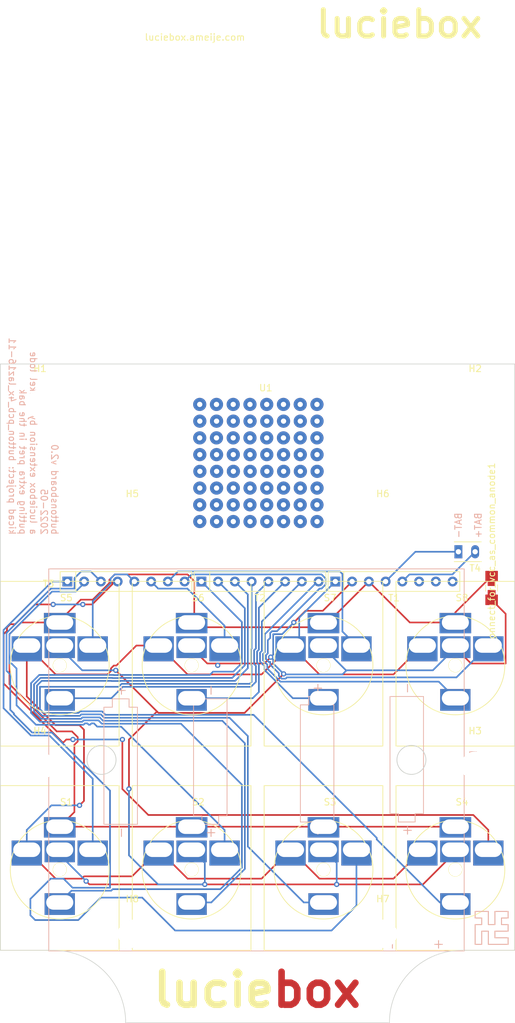
<source format=kicad_pcb>
(kicad_pcb (version 20211014) (generator pcbnew)
  (layers (0 "F.Cu" signal) (31 "B.Cu" signal) (34 "B.Paste" user) (35 "F.Paste" user) (36 "B.SilkS" user "B.Silkscreen") (37 "F.SilkS" user "F.Silkscreen") (38 "B.Mask" user) (39 "F.Mask" user) (44 "Edge.Cuts" user))
  (net 0 "")
  (net 1 "VCC")
  (net 2 "/common Anode")
  (net 3 "Net-(S1-Pad3)")
  (net 4 "Net-(S2-Pad3)")
  (net 5 "Net-(S3-Pad3)")
  (net 6 "Net-(S4-Pad3)")
  (net 7 "Net-(BT1-Pad1)")
  (net 8 "Net-(S5-Pad3)")
  (net 9 "Net-(S5-Pad5)")
  (net 10 "Net-(S6-Pad3)")
  (net 11 "Net-(S1-Pad2)")
  (net 12 "Net-(S7-Pad3)")
  (net 13 "Net-(S4-Pad5)")
  (net 14 "Net-(S8-Pad3)")
  (net 15 "Net-(S8-Pad5)")
  (net 16 "Net-(S6-Pad5)")
  (net 17 "Net-(S7-Pad5)")
  (net 18 "Net-(BT1-Pad2)")
  (net 19 "Net-(S1-Pad5)")
  (net 20 "Net-(S2-Pad5)")
  (net 21 "Net-(S3-Pad5)")
  (net 22 "GND")
  (footprint "Luciebox_components:button_LAZ16-11_big_holes" (layer "F.Cu") (at 69 43.5)
    (fp_text reference "S8")
    (fp_text value "button_laz16-11")
  )
  (footprint "Luciebox_components:MountingHole_4.3mm_M4" (layer "F.Cu") (at 58 25)
    (fp_text reference "H6")
    (fp_text value "MountingHole")
  )
  (footprint "Luciebox_components:button_LAZ16-11_big_holes" (layer "F.Cu") (at 9 74.5)
    (fp_text reference "S1")
    (fp_text value "button_laz16-11")
  )
  (footprint "Luciebox_components:MountingHole_4.3mm_M4" (layer "F.Cu") (at 20 25)
    (fp_text reference "H5")
    (fp_text value "MountingHole")
  )
  (footprint "Luciebox_components:button_LAZ16-11_big_holes" (layer "F.Cu") (at 69 74.5)
    (fp_text reference "S4")
    (fp_text value "button_laz16-11")
  )
  (footprint "Luciebox_components:MountingHole_4.3mm_M4" (layer "F.Cu") (at 20 86.5)
    (fp_text reference "H8")
    (fp_text value "MountingHole")
  )
  (footprint "Luciebox_components:8X8PADS_100mil" (layer "F.Cu") (at 40.25 15)
    (fp_text reference "U1")
    (fp_text value "8X8PADS")
  )
  (footprint "Luciebox_components:1206_0805" (layer "F.Cu") (at 74.5 34 90)
    (fp_text reference "connect_for_vcc_as_common_anode1")
    (fp_text value "R_Small")
  )
  (footprint "Luciebox_components:button_LAZ16-11_big_holes" (layer "F.Cu") (at 49 43.5)
    (fp_text reference "S7")
    (fp_text value "button_laz16-11")
  )
  (footprint "Luciebox_components:Terminal_8x1_100mil" (layer "F.Cu") (at 39.37 33.02)
    (fp_text reference "T2")
    (fp_text value "terminal_8x1")
  )
  (footprint "Luciebox_components:MountingHole_4.3mm_M4" (layer "F.Cu") (at 6 61)
    (fp_text reference "H4")
    (fp_text value "MountingHole")
  )
  (footprint "Luciebox_components:Terminal_8x1_100mil" (layer "F.Cu") (at 59.69 33.02)
    (fp_text reference "T1")
    (fp_text value "terminal_8x1")
  )
  (footprint "Luciebox_components:button_LAZ16-11_big_holes" (layer "F.Cu") (at 9 43.5)
    (fp_text reference "S5")
    (fp_text value "button_laz16-11")
  )
  (footprint "Luciebox_components:button_LAZ16-11_big_holes" (layer "F.Cu") (at 29 74.5)
    (fp_text reference "S2")
    (fp_text value "button_laz16-11")
  )
  (footprint "Luciebox_components:button_LAZ16-11_big_holes" (layer "F.Cu") (at 29 43.5)
    (fp_text reference "S6")
    (fp_text value "button_laz16-11")
  )
  (footprint "Luciebox_components:Terminal_8x1_100mil" (layer "F.Cu") (at 19.05 33.02)
    (fp_text reference "T3")
    (fp_text value "terminal_8x1")
  )
  (footprint "Luciebox_components:button_LAZ16-11_big_holes" (layer "F.Cu") (at 49 74.5)
    (fp_text reference "S3")
    (fp_text value "button_laz16-11")
  )
  (footprint "Luciebox_components:Terminal_2x1_100mil" (layer "F.Cu") (at 72 28.5)
    (fp_text reference "T4")
    (fp_text value "terminal_2x1")
  )
  (footprint "Luciebox_components:MountingHole_4.3mm_M4" (layer "F.Cu") (at 6 6)
    (fp_text reference "H1")
    (fp_text value "MountingHole")
  )
  (footprint "Luciebox_components:MountingHole_4.3mm_M4" (layer "F.Cu") (at 72 61)
    (fp_text reference "H3")
    (fp_text value "MountingHole")
  )
  (footprint "Luciebox_components:MountingHole_4.3mm_M4" (layer "F.Cu") (at 72 6)
    (fp_text reference "H2")
    (fp_text value "MountingHole")
  )
  (footprint "Luciebox_components:MountingHole_4.3mm_M4" (layer "F.Cu") (at 58 86.5)
    (fp_text reference "H7")
    (fp_text value "MountingHole")
  )
  (footprint "Luciebox_components:BatteryHolder_4xAA" (layer "B.Cu") (at 70.3375 89.1 90)
    (fp_text reference "BT1")
    (fp_text value "4xAA_Battery_holder")
    (fp_circle (center 29 -55) (end 31.2 -55) (layer "Edge.Cuts") (width 0.12) (fill none))
    (fp_circle (center 29 -8) (end 31.2 -8) (layer "Edge.Cuts") (width 0.12) (fill none))
  )
  (gr_line (start 72 88.1) (end 73 88.1) (layer "B.SilkS") (width 0.15))
  (gr_line (start 77 85.1) (end 76 85.1) (layer "B.SilkS") (width 0.15))
  (gr_line (start 77 87.1) (end 75 87.1) (layer "B.SilkS") (width 0.15))
  (gr_line (start 77 88.1) (end 77 87.1) (layer "B.SilkS") (width 0.15))
  (gr_line (start 74 88.1) (end 77 88.1) (layer "B.SilkS") (width 0.15))
  (gr_line (start 74 86.1) (end 74 88.1) (layer "B.SilkS") (width 0.15))
  (gr_line (start 75 86.1) (end 77 86.1) (layer "B.SilkS") (width 0.15))
  (gr_line (start 72 84.1) (end 73 84.1) (layer "B.SilkS") (width 0.15))
  (gr_line (start 73 88.1) (end 73 86.1) (layer "B.SilkS") (width 0.15))
  (gr_line (start 74 85.1) (end 74 83.1) (layer "B.SilkS") (width 0.15))
  (gr_line (start 72 86.1) (end 72 88.1) (layer "B.SilkS") (width 0.15))
  (gr_line (start 76 84.1) (end 77 84.1) (layer "B.SilkS") (width 0.15))
  (gr_line (start 74 83.1) (end 72 83.1) (layer "B.SilkS") (width 0.15))
  (gr_line (start 72 85.1) (end 72 86.1) (layer "B.SilkS") (width 0.15))
  (gr_line (start 73 84.1) (end 73 85.1) (layer "B.SilkS") (width 0.15))
  (gr_line (start 75 87.1) (end 75 86.1) (layer "B.SilkS") (width 0.15))
  (gr_line (start 77 86.1) (end 77 85.1) (layer "B.SilkS") (width 0.15))
  (gr_line (start 77 84.1) (end 77 83.1) (layer "B.SilkS") (width 0.15))
  (gr_line (start 76 85.1) (end 76 84.1) (layer "B.SilkS") (width 0.15))
  (gr_line (start 73 85.1) (end 72 85.1) (layer "B.SilkS") (width 0.15))
  (gr_line (start 75 85.1) (end 74 85.1) (layer "B.SilkS") (width 0.15))
  (gr_line (start 73 86.1) (end 74 86.1) (layer "B.SilkS") (width 0.15))
  (gr_line (start 77 83.1) (end 75 83.1) (layer "B.SilkS") (width 0.15))
  (gr_line (start 72 83.1) (end 72 84.1) (layer "B.SilkS") (width 0.15))
  (gr_line (start 75 83.1) (end 75 85.1) (layer "B.SilkS") (width 0.15))
  (gr_line (start 78 0) (end 78 89) (layer "Edge.Cuts") (width 0.1))
  (gr_arc (start 8 89) (mid 15.778175 92.221825) (end 19 100) (layer "Edge.Cuts") (width 0.1))
  (gr_arc (start 59.000001 100) (mid 62.221826 92.221825) (end 70.000001 89) (layer "Edge.Cuts") (width 0.1))
  (gr_line (start 0 89) (end 0 0) (layer "Edge.Cuts") (width 0.1))
  (gr_line (start 78 89) (end 70 89) (layer "Edge.Cuts") (width 0.1))
  (gr_line (start 19 100) (end 59 100) (layer "Edge.Cuts") (width 0.1))
  (gr_line (start 8 89) (end 0 89) (layer "Edge.Cuts") (width 0.1))
  (gr_line (start 0 0) (end 78 0) (layer "Edge.Cuts") (width 0.1))
  (gr_text "box" (at 48 95) (layer "F.Cu") (effects (font (size 5 5) (thickness 1))))
  (gr_text "BAT+" (at 72.46 24.5 90) (layer "B.SilkS") (effects (font (size 1 1)) (justify mirror)))
  (gr_text "BAT-" (at 69.46 24.5 90) (layer "B.SilkS") (effects (font (size 1 1)) (justify mirror)))
  (gr_text "buttonsboard v2.0\n2022-05\na luciebox extension by nonkel lode\nputting extra pret in the bak\nkicad project: button_pcb_4x_laz16-11" (at 5 26 -90) (layer "B.SilkS") (effects (font (size 1 1)) (justify left mirror)))
  (gr_text "luciebox.ameije.com" (at 29.5 -49.6) (layer "F.SilkS") (effects (font (size 1 1))))
  (gr_text "luciebox" (at 60.5 -51.6) (layer "F.SilkS") (effects (font (size 4 4) (thickness 0.75))))
  (gr_text "lucie" (at 32.4 95) (layer "F.SilkS") (effects (font (size 5 5) (thickness 1))))
  (segment (start 53.34 33.02) (end 48.896511 37.463489) (width 0.25) (layer "F.Cu") (net 1))
  (segment (start 31 79) (end 13.5 79) (width 0.25) (layer "F.Cu") (net 1))
  (segment (start 69 43.087022) (end 69 42.738) (width 0.25) (layer "F.Cu") (net 1))
  (segment (start 23.75 52.75) (end 19.5 57) (width 0.25) (layer "F.Cu") (net 1))
  (segment (start 32.962511 45.462511) (end 31.375489 45.462511) (width 0.25) (layer "F.Cu") (net 1))
  (segment (start 41 44.5) (end 40.037489 45.462511) (width 0.25) (layer "F.Cu") (net 1))
  (segment (start 29 43.087022) (end 29 42.738) (width 0.25) (layer "F.Cu") (net 1))
  (segment (start 30.814534 79) (end 31 79) (width 0.25) (layer "F.Cu") (net 1))
  (segment (start 32.962511 45.462511) (end 32.962511 45.737502) (width 0.25) (layer "F.Cu") (net 1))
  (segment (start 71.375489 45.462511) (end 69 43.087022) (width 0.25) (layer "F.Cu") (net 1))
  (segment (start 69 74.087022) (end 64.087022 79) (width 0.25) (layer "F.Cu") (net 1))
  (segment (start 48.896511 37.463489) (end 46.275489 37.463489) (width 0.25) (layer "F.Cu") (net 1))
  (segment (start 76.624511 37.924511) (end 76.624511 45.462511) (width 0.25) (layer "F.Cu") (net 1))
  (segment (start 30.814534 79) (end 51 79) (width 0.25) (layer "F.Cu") (net 1))
  (segment (start 76.624511 45.462511) (end 71.375489 45.462511) (width 0.25) (layer "F.Cu") (net 1))
  (segment (start 40.037489 45.462511) (end 32.962511 45.462511) (width 0.25) (layer "F.Cu") (net 1))
  (segment (start 23.75 52.75) (end 17.5 46.5) (width 0.25) (layer "F.Cu") (net 1))
  (segment (start 74.5 35.8) (end 76.624511 37.924511) (width 0.25) (layer "F.Cu") (net 1))
  (segment (start 44.5 39.5) (end 44.5 39.238978) (width 0.25) (layer "F.Cu") (net 1))
  (segment (start 64.087022 79) (end 51 79) (width 0.25) (layer "F.Cu") (net 1))
  (segment (start 23.962511 52.962511) (end 23.75 52.75) (width 0.25) (layer "F.Cu") (net 1))
  (segment (start 69 73.738) (end 69 74.087022) (width 0.25) (layer "F.Cu") (net 1))
  (segment (start 19.5 57) (end 19.5 64.5) (width 0.25) (layer "F.Cu") (net 1))
  (segment (start 42.956489 47.043511) (end 37.037489 52.962511) (width 0.25) (layer "F.Cu") (net 1))
  (segment (start 13.5 79) (end 13 78.5) (width 0.25) (layer "F.Cu") (net 1))
  (segment (start 46.275489 37.463489) (end 44.5 39.238978) (width 0.25) (layer "F.Cu") (net 1))
  (segment (start 31.375489 45.462511) (end 29 43.087022) (width 0.25) (layer "F.Cu") (net 1))
  (segment (start 37.037489 52.962511) (end 23.962511 52.962511) (width 0.25) (layer "F.Cu") (net 1))
  (via (at 17.5 46.5) (size 0.8) (drill 0.4) (layers "F.Cu" "B.Cu") (net 1))
  (via (at 31 79) (size 0.8) (drill 0.4) (layers "F.Cu" "B.Cu") (net 1))
  (via (at 19.5 64.5) (size 0.8) (drill 0.4) (layers "F.Cu" "B.Cu") (net 1))
  (via (at 32.962511 45.737502) (size 0.8) (drill 0.4) (layers "F.Cu" "B.Cu") (net 1))
  (via (at 42.956489 47.043511) (size 0.8) (drill 0.4) (layers "F.Cu" "B.Cu") (net 1))
  (via (at 44.5 39.238978) (size 0.8) (drill 0.4) (layers "F.Cu" "B.Cu") (net 1))
  (via (at 51 79) (size 0.8) (drill 0.4) (layers "F.Cu" "B.Cu") (net 1))
  (via (at 41 44.5) (size 0.8) (drill 0.4) (layers "F.Cu" "B.Cu") (net 1))
  (via (at 13 78.5) (size 0.8) (drill 0.4) (layers "F.Cu" "B.Cu") (net 1))
  (segment (start 51.875479 47.124521) (end 43.037499 47.124521) (width 0.25) (layer "B.Cu") (net 1))
  (segment (start 43.037499 47.124521) (end 42.956489 47.043511) (width 0.25) (layer "B.Cu") (net 1))
  (segment (start 41.375489 45.462511) (end 41.375489 44.875489) (width 0.25) (layer "B.Cu") (net 1))
  (segment (start 17.5 46.5) (end 12.412978 46.5) (width 0.25) (layer "B.Cu") (net 1))
  (segment (start 31 79) (end 31 75.738) (width 0.25) (layer "B.Cu") (net 1))
  (segment (start 41.375489 41.013489) (end 41.375489 44.124511) (width 0.25) (layer "B.Cu") (net 1))
  (segment (start 51 75.738) (end 49 73.738) (width 0.25) (layer "B.Cu") (net 1))
  (segment (start 41.375489 44.124511) (end 41 44.5) (width 0.25) (layer "B.Cu") (net 1))
  (segment (start 31 75.738) (end 29 73.738) (width 0.25) (layer "B.Cu") (net 1))
  (segment (start 23.912978 79) (end 31 79) (width 0.25) (layer "B.Cu") (net 1))
  (segment (start 49 43.087022) (end 49 42.738) (width 0.25) (layer "B.Cu") (net 1))
  (segment (start 9 74.5) (end 9 73.738) (width 0.25) (layer "B.Cu") (net 1))
  (segment (start 63.5 46.5) (end 52.5 46.5) (width 0.25) (layer "B.Cu") (net 1))
  (segment (start 52.5 46.5) (end 51.875479 47.124521) (width 0.25) (layer "B.Cu") (net 1))
  (segment (start 41.375489 44.875489) (end 41 44.5) (width 0.25) (layer "B.Cu") (net 1))
  (segment (start 65.587022 46.5) (end 63.5 46.5) (width 0.25) (layer "B.Cu") (net 1))
  (segment (start 67.625479 44.112521) (end 67.625479 44.461543) (width 0.25) (layer "B.Cu") (net 1))
  (segment (start 13 78.5) (end 9 74.5) (width 0.25) (layer "B.Cu") (net 1))
  (segment (start 52.5 46.5) (end 52.412978 46.5) (width 0.25) (layer "B.Cu") (net 1))
  (segment (start 42.725489 41.013489) (end 41.375489 41.013489) (width 0.25) (layer "B.Cu") (net 1))
  (segment (start 42.956489 47.043511) (end 41.375489 45.462511) (width 0.25) (layer "B.Cu") (net 1))
  (segment (start 19.5 74.587022) (end 23.912978 79) (width 0.25) (layer "B.Cu") (net 1))
  (segment (start 52.412978 46.5) (end 49 43.087022) (width 0.25) (layer "B.Cu") (net 1))
  (segment (start 12.412978 46.5) (end 9 43.087022) (width 0.25) (layer "B.Cu") (net 1))
  (segment (start 9 43.087022) (end 9 42.738) (width 0.25) (layer "B.Cu") (net 1))
  (segment (start 69 42.738) (end 67.625479 44.112521) (width 0.25) (layer "B.Cu") (net 1))
  (segment (start 51 79) (end 51 75.738) (width 0.25) (layer "B.Cu") (net 1))
  (segment (start 67.625479 44.461543) (end 65.587022 46.5) (width 0.25) (layer "B.Cu") (net 1))
  (segment (start 19.5 64.5) (end 19.5 74.587022) (width 0.25) (layer "B.Cu") (net 1))
  (segment (start 44.5 39.238978) (end 42.725489 41.013489) (width 0.25) (layer "B.Cu") (net 1))
  (segment (start 9 39.238) (end 9 38.9754) (width 0.25) (layer "F.Cu") (net 2))
  (segment (start 55.88 33.02) (end 62.098 39.238) (width 0.25) (layer "F.Cu") (net 2))
  (segment (start 69 37.7) (end 69 39.238) (width 0.25) (layer "F.Cu") (net 2))
  (segment (start 16.530489 32.749922) (end 17.334922 31.945489) (width 0.25) (layer "F.Cu") (net 2))
  (segment (start 11.724501 57.300099) (end 11.724501 56.648903) (width 0.25) (layer "F.Cu") (net 2))
  (segment (start 9 70.238) (end 11.224501 68.013499) (width 0.25) (layer "F.Cu") (net 2))
  (segment (start 16.530489 33.2491) (end 16.530489 32.749922) (width 0.25) (layer "F.Cu") (net 2))
  (segment (start 29.405489 38.832511) (end 29 39.238) (width 0.25) (layer "F.Cu") (net 2))
  (segment (start 11.224501 68.013499) (end 11.224501 57.800099) (width 0.25) (layer "F.Cu") (net 2))
  (segment (start 12.199901 35.775499) (end 14.00409 35.775499) (width 0.25) (layer "F.Cu") (net 2))
  (segment (start 74.5 32.2) (end 69 37.7) (width 0.25) (layer "F.Cu") (net 2))
  (segment (start 11.724501 56.648903) (end 10.851097 55.775499) (width 0.25) (layer "F.Cu") (net 2))
  (segment (start 49 39.238) (end 49 38) (width 0.25) (layer "F.Cu") (net 2))
  (segment (start 11.224501 57.800099) (end 11.724501 57.300099) (width 0.25) (layer "F.Cu") (net 2))
  (segment (start 14.00409 35.775499) (end 16.530489 33.2491) (width 0.25) (layer "F.Cu") (net 2))
  (segment (start 28.385078 31.945489) (end 29.405489 32.9659) (width 0.25) (layer "F.Cu") (net 2))
  (segment (start 17.334922 31.945489) (end 28.385078 31.945489) (width 0.25) (layer "F.Cu") (net 2))
  (segment (start 1.375489 41.013489) (end 3.150978 39.238) (width 0.25) (layer "F.Cu") (net 2))
  (segment (start 8.552773 55.775499) (end 1.375489 48.598215) (width 0.25) (layer "F.Cu") (net 2))
  (segment (start 29.405489 32.9659) (end 29.405489 38.832511) (width 0.25) (layer "F.Cu") (net 2))
  (segment (start 49.662 39.238) (end 49 39.238) (width 0.25) (layer "F.Cu") (net 2))
  (segment (start 62.098 39.238) (end 69 39.238) (width 0.25) (layer "F.Cu") (net 2))
  (segment (start 9 38.9754) (end 12.199901 35.775499) (width 0.25) (layer "F.Cu") (net 2))
  (segment (start 55.88 33.02) (end 49.662 39.238) (width 0.25) (layer "F.Cu") (net 2))
  (segment (start 48.274521 39.963479) (end 49 39.238) (width 0.25) (layer "F.Cu") (net 2))
  (segment (start 3.150978 39.238) (end 9 39.238) (width 0.25) (layer "F.Cu") (net 2))
  (segment (start 1.375489 48.598215) (end 1.375489 41.013489) (width 0.25) (layer "F.Cu") (net 2))
  (segment (start 49 70.238) (end 29 70.238) (width 0.25) (layer "F.Cu") (net 2))
  (segment (start 69 70.238) (end 49 70.238) (width 0.25) (layer "F.Cu") (net 2))
  (segment (start 29.725479 39.963479) (end 48.274521 39.963479) (width 0.25) (layer "F.Cu") (net 2))
  (segment (start 29 70.238) (end 9 70.238) (width 0.25) (layer "F.Cu") (net 2))
  (segment (start 29 39.238) (end 29.725479 39.963479) (width 0.25) (layer "F.Cu") (net 2))
  (segment (start 10.851097 55.775499) (end 8.552773 55.775499) (width 0.25) (layer "F.Cu") (net 2))
  (segment (start 0.476468 40.387828) (end 7.844296 33.02) (width 0.25) (layer "B.Cu") (net 3))
  (segment (start 4.627612 56.39902) (end 0.476468 52.247876) (width 0.25) (layer "B.Cu") (net 3))
  (segment (start 14 73.738) (end 14 62.954913) (width 0.25) (layer "B.Cu") (net 3))
  (segment (start 7.844296 33.02) (end 10.16 33.02) (width 0.25) (layer "B.Cu") (net 3))
  (segment (start 14 62.954913) (end 7.444109 56.399022) (width 0.25) (layer "B.Cu") (net 3))
  (segment (start 7.444109 56.399022) (end 4.627612 56.39902) (width 0.25) (layer "B.Cu") (net 3))
  (segment (start 0.476468 52.247876) (end 0.476468 40.387828) (width 0.25) (layer "B.Cu") (net 3))
  (segment (start 12.7 33.264726) (end 12.7 33.02) (width 0.25) (layer "B.Cu") (net 4))
  (segment (start 12.813806 54.55049) (end 12.603734 54.760562) (width 0.25) (layer "B.Cu") (net 4))
  (segment (start 1.375489 41.013489) (end 7.844956 34.544022) (width 0.25) (layer "B.Cu") (net 4))
  (segment (start 13.186194 54.55049) (end 12.813806 54.55049) (width 0.25) (layer "B.Cu") (net 4))
  (segment (start 18.311511 55.050489) (end 14.686193 55.050489) (width 0.25) (layer "B.Cu") (net 4))
  (segment (start 14.686193 55.050489) (end 14.186194 54.55049) (width 0.25) (layer "B.Cu") (net 4))
  (segment (start 2.449511 46.225829) (end 1.686193 45.462511) (width 0.25) (layer "B.Cu") (net 4))
  (segment (start 13.813806 54.55049) (end 13.603734 54.760562) (width 0.25) (layer "B.Cu") (net 4))
  (segment (start 5.396266 54.760562) (end 2.449511 51.813807) (width 0.25) (layer "B.Cu") (net 4))
  (segment (start 7.844956 34.544022) (end 11.420704 34.544022) (width 0.25) (layer "B.Cu") (net 4))
  (segment (start 13.396266 54.760562) (end 13.186194 54.55049) (width 0.25) (layer "B.Cu") (net 4))
  (segment (start 1.375489 45.462511) (end 1.375489 41.013489) (width 0.25) (layer "B.Cu") (net 4))
  (segment (start 11.420704 34.544022) (end 12.7 33.264726) (width 0.25) (layer "B.Cu") (net 4))
  (segment (start 14.186194 54.55049) (end 13.813806 54.55049) (width 0.25) (layer "B.Cu") (net 4))
  (segment (start 1.686193 45.462511) (end 1.375489 45.462511) (width 0.25) (layer "B.Cu") (net 4))
  (segment (start 12.603734 54.760562) (end 5.396266 54.760562) (width 0.25) (layer "B.Cu") (net 4))
  (segment (start 34 70.738978) (end 18.311511 55.050489) (width 0.25) (layer "B.Cu") (net 4))
  (segment (start 34 73.738) (end 34 70.738978) (width 0.25) (layer "B.Cu") (net 4))
  (segment (start 2.449511 51.813807) (end 2.449511 46.225829) (width 0.25) (layer "B.Cu") (net 4))
  (segment (start 13.603734 54.760562) (end 13.396266 54.760562) (width 0.25) (layer "B.Cu") (net 4))
  (segment (start 10.944825 79.5) (end 16.624511 79.5) (width 0.25) (layer "B.Cu") (net 5))
  (segment (start 21.5 81) (end 15.222726 81) (width 0.25) (layer "B.Cu") (net 5))
  (segment (start 4.550489 83.686193) (end 4.55049 81.202784) (width 0.25) (layer "B.Cu") (net 5))
  (segment (start 5.276317 84.412021) (end 4.550489 83.686193) (width 0.25) (layer "B.Cu") (net 5))
  (segment (start 1.5 47.135704) (end 0.925978 46.561682) (width 0.25) (layer "B.Cu") (net 5))
  (segment (start 4.813806 55.94951) (end 2.05049 53.186194) (width 0.25) (layer "B.Cu") (net 5))
  (segment (start 7.658763 34.094511) (end 11.234511 34.094511) (width 0.25) (layer "B.Cu") (net 5))
  (segment (start 2.05049 53.05049) (end 1.5 52.5) (width 0.25) (layer "B.Cu") (net 5))
  (segment (start 54 73.738) (end 54 82.222726) (width 0.25) (layer "B.Cu") (net 5))
  (segment (start 9.569346 78.124521) (end 10.944825 79.5) (width 0.25) (layer "B.Cu") (net 5))
  (segment (start 7.813807 55.949511) (end 4.813806 55.94951) (width 0.25) (layer "B.Cu") (net 5))
  (segment (start 7.628753 78.124521) (end 9.569346 78.124521) (width 0.25) (layer "B.Cu") (net 5))
  (segment (start 26.5 86) (end 21.5 81) (width 0.25) (layer "B.Cu") (net 5))
  (segment (start 0.925978 40.827296) (end 7.658763 34.094511) (width 0.25) (layer "B.Cu") (net 5))
  (segment (start 11.810704 84.412022) (end 5.276317 84.412021) (width 0.25) (layer "B.Cu") (net 5))
  (segment (start 11.234511 32.515489) (end 12.25 31.5) (width 0.25) (layer "B.Cu") (net 5))
  (segment (start 50.222726 86) (end 26.5 86) (width 0.25) (layer "B.Cu") (net 5))
  (segment (start 12.25 31.5) (end 13.72 31.5) (width 0.25) (layer "B.Cu") (net 5))
  (segment (start 0.925978 46.561682) (end 0.925978 40.827296) (width 0.25) (layer "B.Cu") (net 5))
  (segment (start 2.05049 53.186194) (end 2.05049 53.05049) (width 0.25) (layer "B.Cu") (net 5))
  (segment (start 4.55049 81.202784) (end 7.628753 78.124521) (width 0.25) (layer "B.Cu") (net 5))
  (segment (start 54 82.222726) (end 50.222726 86) (width 0.25) (layer "B.Cu") (net 5))
  (segment (start 13.72 31.5) (end 15.24 33.02) (width 0.25) (layer "B.Cu") (net 5))
  (segment (start 16.624511 64.760215) (end 7.813807 55.949511) (width 0.25) (layer "B.Cu") (net 5))
  (segment (start 1.5 52.5) (end 1.5 47.135704) (width 0.25) (layer "B.Cu") (net 5))
  (segment (start 11.234511 34.094511) (end 11.234511 32.515489) (width 0.25) (layer "B.Cu") (net 5))
  (segment (start 15.222726 81) (end 11.810704 84.412022) (width 0.25) (layer "B.Cu") (net 5))
  (segment (start 16.624511 79.5) (end 16.624511 64.760215) (width 0.25) (layer "B.Cu") (net 5))
  (segment (start 13.915293 36.5) (end 12.5 36.5) (width 0.25) (layer "F.Cu") (net 6))
  (segment (start 0.5 41) (end 0.5 48.5) (width 0.25) (layer "F.Cu") (net 6))
  (segment (start 5.253274 36.5) (end 2.253274 39.5) (width 0.25) (layer "F.Cu") (net 6))
  (segment (start 2.253274 39.5) (end 1.5 39.5) (width 0.25) (layer "F.Cu") (net 6))
  (segment (start 71.724511 68.463489) (end 74 70.738978) (width 0.25) (layer "F.Cu") (net 6))
  (segment (start 9.5 57.5) (end 10 57) (width 0.25) (layer "F.Cu") (net 6))
  (segment (start 10 57) (end 11 57) (width 0.25) (layer "F.Cu") (net 6))
  (segment (start 1.5 39.5) (end 1 40) (width 0.25) (layer "F.Cu") (net 6))
  (segment (start 16.98 33.02) (end 16.98 33.435293) (width 0.25) (layer "F.Cu") (net 6))
  (segment (start 18.5 64.5246) (end 22.438889 68.463489) (width 0.25) (layer "F.Cu") (net 6))
  (segment (start 17.78 33.02) (end 16.98 33.02) (width 0.25) (layer "F.Cu") (net 6))
  (segment (start 22.438889 68.463489) (end 71.724511 68.463489) (width 0.25) (layer "F.Cu") (net 6))
  (segment (start 1 40.5) (end 0.5 41) (width 0.25) (layer "F.Cu") (net 6))
  (segment (start 16.98 33.435293) (end 13.915293 36.5) (width 0.25) (layer "F.Cu") (net 6))
  (segment (start 8 36.5) (end 5.253274 36.5) (width 0.25) (layer "F.Cu") (net 6))
  (segment (start 74 70.738978) (end 74 73.738) (width 0.25) (layer "F.Cu") (net 6))
  (segment (start 0.5 48.5) (end 9.5 57.5) (width 0.25) (layer "F.Cu") (net 6))
  (segment (start 1 40) (end 1 40.5) (width 0.25) (layer "F.Cu") (net 6))
  (segment (start 18.5 57) (end 18.5 64.5246) (width 0.25) (layer "F.Cu") (net 6))
  (via (at 8 36.5) (size 0.8) (drill 0.4) (layers "F.Cu" "B.Cu") (net 6))
  (via (at 11 57) (size 0.8) (drill 0.4) (layers "F.Cu" "B.Cu") (net 6))
  (via (at 12.5 36.5) (size 0.8) (drill 0.4) (layers "F.Cu" "B.Cu") (net 6))
  (via (at 18.5 57) (size 0.8) (drill 0.4) (layers "F.Cu" "B.Cu") (net 6))
  (via (at 11 57) (size 0.8) (drill 0.4) (layers "F.Cu" "B.Cu") (net 6))
  (segment (start 11 57) (end 18.5 57) (width 0.25) (layer "B.Cu") (net 6))
  (segment (start 12.5 36.5) (end 8 36.5) (width 0.25) (layer "B.Cu") (net 6))
  (segment (start 72 28.5) (end 68.554511 31.945489) (width 0.25) (layer "B.Cu") (net 7))
  (segment (start 68.554511 31.945489) (end 62.034511 31.945489) (width 0.25) (layer "B.Cu") (net 7))
  (segment (start 62.034511 31.945489) (end 60.96 33.02) (width 0.25) (layer "B.Cu") (net 7))
  (segment (start 14 36) (end 16.705489 33.294511) (width 0.25) (layer "B.Cu") (net 8))
  (segment (start 17.334922 31.945489) (end 19.245489 31.945489) (width 0.25) (layer "B.Cu") (net 8))
  (segment (start 14 42.738) (end 14 36) (width 0.25) (layer "B.Cu") (net 8))
  (segment (start 16.705489 33.294511) (end 16.705489 32.574922) (width 0.25) (layer "B.Cu") (net 8))
  (segment (start 19.245489 31.945489) (end 20.32 33.02) (width 0.25) (layer "B.Cu") (net 8))
  (segment (start 16.705489 32.574922) (end 17.334922 31.945489) (width 0.25) (layer "B.Cu") (net 8))
  (segment (start 38.477458 45.544874) (end 38.477458 43.455126) (width 0.25) (layer "B.Cu") (net 9))
  (segment (start 38.752448 45.819864) (end 38.477458 45.544874) (width 0.25) (layer "B.Cu") (net 9))
  (segment (start 18.567415 49) (end 38 49) (width 0.25) (layer "B.Cu") (net 9))
  (segment (start 38.477458 43.455126) (end 38.752448 43.180136) (width 0.25) (layer "B.Cu") (net 9))
  (segment (start 9 50.738) (end 16.829415 50.738) (width 0.25) (layer "B.Cu") (net 9))
  (segment (start 38.752448 48.247552) (end 38.752448 45.819864) (width 0.25) (layer "B.Cu") (net 9))
  (segment (start 38 49) (end 38.752448 48.247552) (width 0.25) (layer "B.Cu") (net 9))
  (segment (start 16.829415 50.738) (end 18.567415 49) (width 0.25) (layer "B.Cu") (net 9))
  (segment (start 38.752448 43.180136) (end 38.752449 34.907551) (width 0.25) (layer "B.Cu") (net 9))
  (segment (start 38.752449 34.907551) (end 40.64 33.02) (width 0.25) (layer "B.Cu") (net 9))
  (segment (start 23.934511 34.094511) (end 22.86 33.02) (width 0.25) (layer "B.Cu") (net 10))
  (segment (start 34 42.738) (end 34 39.738978) (width 0.25) (layer "B.Cu") (net 10))
  (segment (start 28.355533 34.094511) (end 23.934511 34.094511) (width 0.25) (layer "B.Cu") (net 10))
  (segment (start 34 39.738978) (end 28.355533 34.094511) (width 0.25) (layer "B.Cu") (net 10))
  (segment (start 51.874511 40.612511) (end 51.874511 31.874511) (width 0.25) (layer "B.Cu") (net 12))
  (segment (start 54 42.738) (end 51.874511 40.612511) (width 0.25) (layer "B.Cu") (net 12))
  (segment (start 51.874511 31.874511) (end 51.495978 31.495978) (width 0.25) (layer "B.Cu") (net 12))
  (segment (start 51.495978 31.495978) (end 26.924022 31.495978) (width 0.25) (layer "B.Cu") (net 12))
  (segment (start 26.924022 31.495978) (end 25.4 33.02) (width 0.25) (layer "B.Cu") (net 12))
  (segment (start 6.550421 52.962518) (end 11.858962 52.962518) (width 0.25) (layer "B.Cu") (net 13))
  (segment (start 37.813806 48.55049) (end 18.381221 48.55049) (width 0.25) (layer "B.Cu") (net 13))
  (segment (start 15.412636 52.734116) (end 15.930965 53.252445) (width 0.25) (layer "B.Cu") (net 13))
  (segment (start 6.000003 52.4121) (end 6.550421 52.962518) (width 0.25) (layer "B.Cu") (net 13))
  (segment (start 17.931711 49) (end 6 49) (width 0.25) (layer "B.Cu") (net 13))
  (segment (start 38.388149 53.252445) (end 57.074022 71.938318) (width 0.25) (layer "B.Cu") (net 13))
  (segment (start 38.1 43.19688) (end 38.027947 43.268933) (width 0.25) (layer "B.Cu") (net 13))
  (segment (start 6 49) (end 6.000003 52.4121) (width 0.25) (layer "B.Cu") (net 13))
  (segment (start 57.074022 71.938318) (end 57.074022 72.16691) (width 0.25) (layer "B.Cu") (net 13))
  (segment (start 18.381221 48.55049) (end 17.931711 49) (width 0.25) (layer "B.Cu") (net 13))
  (segment (start 38.1 33.02) (end 38.1 43.19688) (width 0.25) (layer "B.Cu") (net 13))
  (segment (start 12.087364 52.734116) (end 15.412636 52.734116) (width 0.25) (layer "B.Cu") (net 13))
  (segment (start 38.1 48.264296) (end 37.813806 48.55049) (width 0.25) (layer "B.Cu") (net 13))
  (segment (start 15.930965 53.252445) (end 38.388149 53.252445) (width 0.25) (layer "B.Cu") (net 13))
  (segment (start 38.1 45.80312) (end 38.1 48.264296) (width 0.25) (layer "B.Cu") (net 13))
  (segment (start 66.645112 81.738) (end 69 81.738) (width 0.25) (layer "B.Cu") (net 13))
  (segment (start 38.027947 43.268933) (end 38.027946 45.731066) (width 0.25) (layer "B.Cu") (net 13))
  (segment (start 38.027946 45.731066) (end 38.1 45.80312) (width 0.25) (layer "B.Cu") (net 13))
  (segment (start 11.858962 52.962518) (end 12.087364 52.734116) (width 0.25) (layer "B.Cu") (net 13))
  (segment (start 57.074022 72.16691) (end 66.645112 81.738) (width 0.25) (layer "B.Cu") (net 13))
  (segment (start 48.705078 31.945489) (end 29.014511 31.945489) (width 0.25) (layer "B.Cu") (net 14))
  (segment (start 69.163969 47.574031) (end 43.450569 47.574031) (width 0.25) (layer "B.Cu") (net 14))
  (segment (start 41.189296 40.563978) (end 41.936022 40.563978) (width 0.25) (layer "B.Cu") (net 14))
  (segment (start 40.275499 44.800099) (end 40.275499 44.199901) (width 0.25) (layer "B.Cu") (net 14))
  (segment (start 43.450569 47.574031) (end 43.256588 47.768012) (width 0.25) (layer "B.Cu") (net 14))
  (segment (start 43.256588 47.768012) (end 42.65639 47.768012) (width 0.25) (layer "B.Cu") (net 14))
  (segment (start 48.405489 34.094511) (end 48.705078 34.094511) (width 0.25) (layer "B.Cu") (net 14))
  (segment (start 49.334511 33.465078) (end 49.334511 32.574922) (width 0.25) (layer "B.Cu") (net 14))
  (segment (start 40.55049 41.94951) (end 40.925978 41.574022) (width 0.25) (layer "B.Cu") (net 14))
  (segment (start 40.925978 41.574022) (end 40.925978 40.827296) (width 0.25) (layer "B.Cu") (net 14))
  (segment (start 29.014511 31.945489) (end 27.94 33.02) (width 0.25) (layer "B.Cu") (net 14))
  (segment (start 48.705078 34.094511) (end 49.334511 33.465078) (width 0.25) (layer "B.Cu") (net 14))
  (segment (start 42.231988 46.954714) (end 40.925978 45.648704) (width 0.25) (layer "B.Cu") (net 14))
  (segment (start 40.925978 45.224501) (end 40.699901 45.224501) (width 0.25) (layer "B.Cu") (net 14))
  (segment (start 41.936022 40.563978) (end 48.405489 34.094511) (width 0.25) (layer "B.Cu") (net 14))
  (segment (start 40.699901 45.224501) (end 40.275499 44.800099) (width 0.25) (layer "B.Cu") (net 14))
  (segment (start 40.925978 40.827296) (end 41.189296 40.563978) (width 0.25) (layer "B.Cu") (net 14))
  (segment (start 49.334511 32.574922) (end 48.705078 31.945489) (width 0.25) (layer "B.Cu") (net 14))
  (segment (start 40.925978 45.648704) (end 40.925978 45.224501) (width 0.25) (layer "B.Cu") (net 14))
  (segment (start 74 42.738) (end 69.163969 47.574031) (width 0.25) (layer "B.Cu") (net 14))
  (segment (start 42.65639 47.768012) (end 42.231988 47.34361) (width 0.25) (layer "B.Cu") (net 14))
  (segment (start 40.55049 43.92491) (end 40.55049 41.94951) (width 0.25) (layer "B.Cu") (net 14))
  (segment (start 42.231988 47.34361) (end 42.231988 46.954714) (width 0.25) (layer "B.Cu") (net 14))
  (segment (start 40.275499 44.199901) (end 40.55049 43.92491) (width 0.25) (layer "B.Cu") (net 14))
  (segment (start 40.476467 45.636771) (end 39.825988 44.986292) (width 0.25) (layer "B.Cu") (net 15))
  (segment (start 48.09757 33.02) (end 48.26 33.02) (width 0.25) (layer "B.Cu") (net 15))
  (segment (start 40.476467 46.223793) (end 40.476467 45.636771) (width 0.25) (layer "B.Cu") (net 15))
  (segment (start 40.100979 43.738717) (end 40.100979 41.016591) (width 0.25) (layer "B.Cu") (net 15))
  (segment (start 66.479522 48.217522) (end 42.470196 48.217522) (width 0.25) (layer "B.Cu") (net 15))
  (segment (start 42.470196 48.217522) (end 40.476467 46.223793) (width 0.25) (layer "B.Cu") (net 15))
  (segment (start 69 50.738) (end 66.479522 48.217522) (width 0.25) (layer "B.Cu") (net 15))
  (segment (start 40.100979 41.016591) (end 48.09757 33.02) (width 0.25) (layer "B.Cu") (net 15))
  (segment (start 39.825989 44.013707) (end 40.100979 43.738717) (width 0.25) (layer "B.Cu") (net 15))
  (segment (start 39.825988 44.986292) (end 39.825989 44.013707) (width 0.25) (layer "B.Cu") (net 15))
  (segment (start 39.201959 49.798041) (end 39.201959 45.633671) (width 0.25) (layer "B.Cu") (net 16))
  (segment (start 38.926968 43.64132) (end 39.201959 43.366329) (width 0.25) (layer "B.Cu") (net 16))
  (segment (start 39.201959 45.633671) (end 38.926967 45.358679) (width 0.25) (layer "B.Cu") (net 16))
  (segment (start 38.926967 45.358679) (end 38.926968 43.64132) (width 0.25) (layer "B.Cu") (net 16))
  (segment (start 29 50.738) (end 38.262 50.738) (width 0.25) (layer "B.Cu") (net 16))
  (segment (start 39.201959 43.366329) (end 39.201959 36.998041) (width 0.25) (layer "B.Cu") (net 16))
  (segment (start 38.262 50.738) (end 39.201959 49.798041) (width 0.25) (layer "B.Cu") (net 16))
  (segment (start 39.201959 36.998041) (end 43.18 33.02) (width 0.25) (layer "B.Cu") (net 16))
  (segment (start 39.376478 43.827514) (end 39.376478 45.172486) (width 0.25) (layer "B.Cu") (net 17))
  (segment (start 40.026957 45.822965) (end 40.026957 46.409987) (width 0.25) (layer "B.Cu") (net 17))
  (segment (start 40.026957 46.409987) (end 44.35497 50.738) (width 0.25) (layer "B.Cu") (net 17))
  (segment (start 44.35497 50.738) (end 49 50.738) (width 0.25) (layer "B.Cu") (net 17))
  (segment (start 39.651469 43.552523) (end 39.376478 43.827514) (width 0.25) (layer "B.Cu") (net 17))
  (segment (start 39.651469 39.088531) (end 39.651469 43.552523) (width 0.25) (layer "B.Cu") (net 17))
  (segment (start 39.376478 45.172486) (end 40.026957 45.822965) (width 0.25) (layer "B.Cu") (net 17))
  (segment (start 45.72 33.02) (end 39.651469 39.088531) (width 0.25) (layer "B.Cu") (net 17))
  (segment (start 69.46 28.5) (end 62.94 28.5) (width 0.25) (layer "B.Cu") (net 18))
  (segment (start 62.94 28.5) (end 58.42 33.02) (width 0.25) (layer "B.Cu") (net 18))
  (segment (start 30.48 33.02) (end 36.624511 39.164511) (width 0.25) (layer "B.Cu") (net 19))
  (segment (start 12.627612 54.10098) (end 14.872388 54.10098) (width 0.25) (layer "B.Cu") (net 19))
  (segment (start 14.872388 54.10098) (end 15.372386 54.600978) (width 0.25) (layer "B.Cu") (net 19))
  (segment (start 12.417541 54.311051) (end 12.627612 54.10098) (width 0.25) (layer "B.Cu") (net 19))
  (segment (start 36.624511 39.164511) (end 36.624511 45.402118) (width 0.25) (layer "B.Cu") (net 19))
  (segment (start 17.035714 79.724501) (end 16.810704 79.949511) (width 0.25) (layer "B.Cu") (net 19))
  (segment (start 4.651467 48.441421) (end 4.65147 52.970679) (width 0.25) (layer "B.Cu") (net 19))
  (segment (start 16.810704 79.949511) (end 10.78849 79.94951) (width 0.25) (layer "B.Cu") (net 19))
  (segment (start 15.372386 54.600978) (end 27.378252 54.600978) (width 0.25) (layer "B.Cu") (net 19))
  (segment (start 36.624511 63.847237) (end 36.624511 76.462511) (width 0.25) (layer "B.Cu") (net 19))
  (segment (start 17.822642 47.201958) (end 17.800099 47.224501) (width 0.25) (layer "B.Cu") (net 19))
  (segment (start 5.89093 47.201958) (end 4.651467 48.441421) (width 0.25) (layer "B.Cu") (net 19))
  (segment (start 35.324669 46.70196) (end 32.255224 46.70196) (width 0.25) (layer "B.Cu") (net 19))
  (segment (start 17.177358 47.201958) (end 5.89093 47.201958) (width 0.25) (layer "B.Cu") (net 19))
  (segment (start 33.362521 79.724501) (end 17.035714 79.724501) (width 0.25) (layer "B.Cu") (net 19))
  (segment (start 5.991842 54.311051) (end 12.417541 54.311051) (width 0.25) (layer "B.Cu") (net 19))
  (segment (start 27.378252 54.600978) (end 36.624511 63.847237) (width 0.25) (layer "B.Cu") (net 19))
  (segment (start 36.624511 45.402118) (end 35.324669 46.70196) (width 0.25) (layer "B.Cu") (net 19))
  (segment (start 4.65147 52.970679) (end 5.991842 54.311051) (width 0.25) (layer "B.Cu") (net 19))
  (segment (start 32.255224 46.70196) (end 31.755226 47.201958) (width 0.25) (layer "B.Cu") (net 19))
  (segment (start 36.624511 76.462511) (end 33.362521 79.724501) (width 0.25) (layer "B.Cu") (net 19))
  (segment (start 17.800099 47.224501) (end 17.199901 47.224501) (width 0.25) (layer "B.Cu") (net 19))
  (segment (start 10.78849 79.94951) (end 9 81.738) (width 0.25) (layer "B.Cu") (net 19))
  (segment (start 17.199901 47.224501) (end 17.177358 47.201958) (width 0.25) (layer "B.Cu") (net 19))
  (segment (start 31.755226 47.201958) (end 17.822642 47.201958) (width 0.25) (layer "B.Cu") (net 19))
  (segment (start 18.008836 47.651468) (end 17.986293 47.674011) (width 0.25) (layer "B.Cu") (net 20))
  (segment (start 17.013707 47.674011) (end 16.991165 47.651469) (width 0.25) (layer "B.Cu") (net 20))
  (segment (start 15.058582 53.65147) (end 15.558579 54.151467) (width 0.25) (layer "B.Cu") (net 20))
  (segment (start 37.074021 76.648705) (end 31.984726 81.738) (width 0.25) (layer "B.Cu") (net 20))
  (segment (start 33.02 33.02) (end 37.074021 37.074021) (width 0.25) (layer "B.Cu") (net 20))
  (segment (start 37.074021 37.074021) (end 37.074021 45.728919) (width 0.25) (layer "B.Cu") (net 20))
  (segment (start 12.231348 53.86154) (end 12.441419 53.651469) (width 0.25) (layer "B.Cu") (net 20))
  (segment (start 5.100981 52.784486) (end 6.178035 53.86154) (width 0.25) (layer "B.Cu") (net 20))
  (segment (start 6.077124 47.651468) (end 5.100978 48.627614) (width 0.25) (layer "B.Cu") (net 20))
  (segment (start 33.651467 54.151467) (end 37.074021 57.574021) (width 0.25) (layer "B.Cu") (net 20))
  (segment (start 31.984726 81.738) (end 29 81.738) (width 0.25) (layer "B.Cu") (net 20))
  (segment (start 12.441419 53.651469) (end 15.058582 53.65147) (width 0.25) (layer "B.Cu") (net 20))
  (segment (start 35.151472 47.651468) (end 18.008836 47.651468) (width 0.25) (layer "B.Cu") (net 20))
  (segment (start 6.178035 53.86154) (end 12.231348 53.86154) (width 0.25) (layer "B.Cu") (net 20))
  (segment (start 15.558579 54.151467) (end 33.651467 54.151467) (width 0.25) (layer "B.Cu") (net 20))
  (segment (start 16.991165 47.651469) (end 6.077124 47.651468) (width 0.25) (layer "B.Cu") (net 20))
  (segment (start 37.074021 57.574021) (end 37.074021 76.648705) (width 0.25) (layer "B.Cu") (net 20))
  (segment (start 17.986293 47.674011) (end 17.013707 47.674011) (width 0.25) (layer "B.Cu") (net 20))
  (segment (start 5.100978 48.627614) (end 5.100981 52.784486) (width 0.25) (layer "B.Cu") (net 20))
  (segment (start 37.074021 45.728919) (end 35.151472 47.651468) (width 0.25) (layer "B.Cu") (net 20))
  (segment (start 37.523533 56.476467) (end 37.523533 73.246273) (width 0.25) (layer "B.Cu") (net 21))
  (segment (start 12.045155 53.412029) (end 12.265087 53.192097) (width 0.25) (layer "B.Cu") (net 21))
  (segment (start 34.749022 53.701956) (end 37.523533 56.476467) (width 0.25) (layer "B.Cu") (net 21))
  (segment (start 35.60098 48.10098) (end 18.195028 48.10098) (width 0.25) (layer "B.Cu") (net 21))
  (segment (start 18.195028 48.10098) (end 18.172484 48.123523) (width 0.25) (layer "B.Cu") (net 21))
  (segment (start 6.263316 48.10098) (end 5.550489 48.813807) (width 0.25) (layer "B.Cu") (net 21))
  (segment (start 46.01526 81.738) (end 49 81.738) (width 0.25) (layer "B.Cu") (net 21))
  (segment (start 12.265087 53.192097) (end 15.234913 53.192097) (width 0.25) (layer "B.Cu") (net 21))
  (segment (start 5.550489 48.813807) (end 5.550492 52.598293) (width 0.25) (layer "B.Cu") (net 21))
  (segment (start 6.364228 53.412029) (end 12.045155 53.412029) (width 0.25) (layer "B.Cu") (net 21))
  (segment (start 37.523533 46.178427) (end 35.60098 48.10098) (width 0.25) (layer "B.Cu") (net 21))
  (segment (start 15.744772 53.701956) (end 34.749022 53.701956) (width 0.25) (layer "B.Cu") (net 21))
  (segment (start 37.523533 73.246273) (end 46.01526 81.738) (width 0.25) (layer "B.Cu") (net 21))
  (segment (start 35.56 33.02) (end 37.523533 34.983533) (width 0.25) (layer "B.Cu") (net 21))
  (segment (start 5.550492 52.598293) (end 6.364228 53.412029) (width 0.25) (layer "B.Cu") (net 21))
  (segment (start 16.827513 48.123521) (end 16.804972 48.10098) (width 0.25) (layer "B.Cu") (net 21))
  (segment (start 15.234913 53.192097) (end 15.744772 53.701956) (width 0.25) (layer "B.Cu") (net 21))
  (segment (start 16.804972 48.10098) (end 6.263316 48.10098) (width 0.25) (layer "B.Cu") (net 21))
  (segment (start 37.523533 34.983533) (end 37.523533 46.178427) (width 0.25) (layer "B.Cu") (net 21))
  (segment (start 18.172484 48.123523) (end 16.827513 48.123521) (width 0.25) (layer "B.Cu") (net 21))
  (segment (start 12.699901 77.775499) (end 19.962501 77.775499) (width 0.25) (layer "F.Cu") (net 22))
  (segment (start 64 42.738) (end 59.613479 47.124521) (width 0.25) (layer "F.Cu") (net 22))
  (segment (start 16.239775 47.124521) (end 8.386521 47.124521) (width 0.25) (layer "F.Cu") (net 22))
  (segment (start 12.350879 78.124521) (end 12.699901 77.775499) (width 0.25) (layer "F.Cu") (net 22))
  (segment (start 16.775499 46.199901) (end 16.775499 46.588797) (width 0.25) (layer "F.Cu") (net 22))
  (segment (start 12.674012 66.325988) (end 12 67) (width 0.25) (layer "F.Cu") (net 22))
  (segment (start 19.962501 77.775499) (end 24 73.738) (width 0.25) (layer "F.Cu") (net 22))
  (segment (start 4 42.738) (end 4 50.473366) (width 0.25) (layer "F.Cu") (net 22))
  (segment (start 24 42.738) (end 20.626296 42.738) (width 0.25) (layer "F.Cu") (net 22))
  (segment (start 48.386521 78.124521) (end 59.613479 78.124521) (width 0.25) (layer "F.Cu") (net 22))
  (segment (start 44 42.738) (end 39.613479 47.124521) (width 0.25) (layer "F.Cu") (net 22))
  (segment (start 59.613479 47.124521) (end 48.386521 47.124521) (width 0.25) (layer "F.Cu") (net 22))
  (segment (start 59.613479 78.124521) (end 64 73.738) (width 0.25) (layer "F.Cu") (net 22))
  (segment (start 48.386521 47.124521) (end 44 42.738) (width 0.25) (layer "F.Cu") (net 22))
  (segment (start 17.588797 45.775499) (end 17.199901 45.775499) (width 0.25) (layer "F.Cu") (net 22))
  (segment (start 8.352623 54.825989) (end 11.986293 54.825989) (width 0.25) (layer "F.Cu") (net 22))
  (segment (start 4 73.738) (end 8.386521 78.124521) (width 0.25) (layer "F.Cu") (net 22))
  (segment (start 28.386521 47.124521) (end 24 42.738) (width 0.25) (layer "F.Cu") (net 22))
  (segment (start 16.775499 46.588797) (end 16.239775 47.124521) (width 0.25) (layer "F.Cu") (net 22))
  (segment (start 17.199901 45.775499) (end 16.775499 46.199901) (width 0.25) (layer "F.Cu") (net 22))
  (segment (start 11.986293 54.825989) (end 12.674012 55.513708) (width 0.25) (layer "F.Cu") (net 22))
  (segment (start 4 50.473366) (end 8.352623 54.825989) (width 0.25) (layer "F.Cu") (net 22))
  (segment (start 39.613479 78.124521) (end 44 73.738) (width 0.25) (layer "F.Cu") (net 22))
  (segment (start 39.613479 47.124521) (end 28.386521 47.124521) (width 0.25) (layer "F.Cu") (net 22))
  (segment (start 8.386521 47.124521) (end 4 42.738) (width 0.25) (layer "F.Cu") (net 22))
  (segment (start 44 73.738) (end 48.386521 78.124521) (width 0.25) (layer "F.Cu") (net 22))
  (segment (start 20.626296 42.738) (end 17.588797 45.775499) (width 0.25) (layer "F.Cu") (net 22))
  (segment (start 24 73.738) (end 28.386521 78.124521) (width 0.25) (layer "F.Cu") (net 22))
  (segment (start 28.386521 78.124521) (end 39.613479 78.124521) (width 0.25) (layer "F.Cu") (net 22))
  (segment (start 8.386521 78.124521) (end 12.350879 78.124521) (width 0.25) (layer "F.Cu") (net 22))
  (segment (start 12.674012 55.513708) (end 12.674012 66.325988) (width 0.25) (layer "F.Cu") (net 22))
  (via (at 12 67) (size 0.8) (drill 0.4) (layers "F.Cu" "B.Cu") (net 22))
  (segment (start 7.738978 67) (end 4 70.738978) (width 0.25) (layer "B.Cu") (net 22))
  (segment (start 50.8 33.02) (end 45.32 38.5) (width 0.25) (layer "B.Cu") (net 22))
  (segment (start 4 70.738978) (end 4 73.738) (width 0.25) (layer "B.Cu") (net 22))
  (segment (start 12 67) (end 7.738978 67) (width 0.25) (layer "B.Cu") (net 22))
  (segment (start 45.32 41.418) (end 44 42.738) (width 0.25) (layer "B.Cu") (net 22))
  (segment (start 45.32 38.5) (end 45.32 41.418) (width 0.25) (layer "B.Cu") (net 22))
)
</source>
